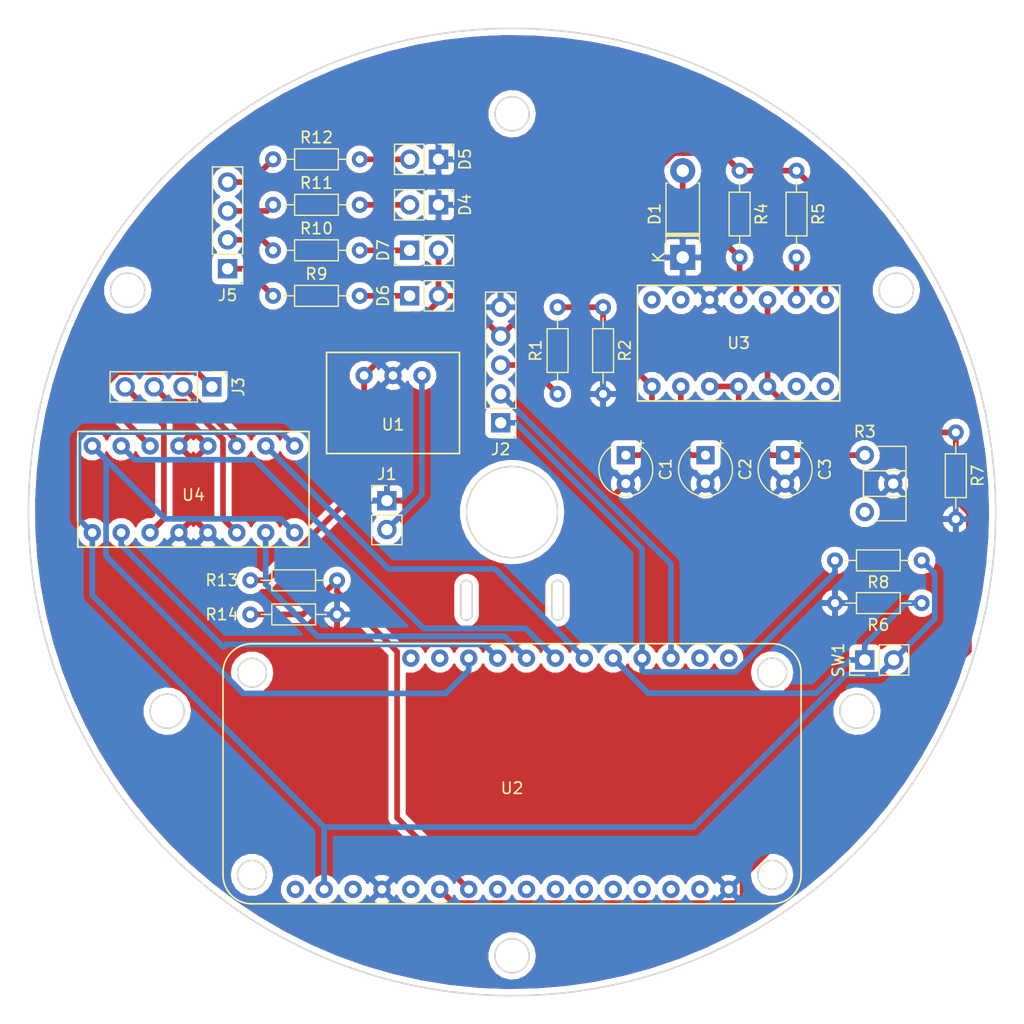
<source format=kicad_pcb>
(kicad_pcb (version 20171130) (host pcbnew "(5.0.1)-4")
  (layers (0 F.Cu signal) (31 B.Cu signal) (34 B.Paste user) (35 F.Paste user) (36 B.SilkS user) (37 F.SilkS user) (38 B.Mask user) (39 F.Mask user) (44 Edge.Cuts user))
  (net 0 "")
  (net 1 "Net-(C1-Pad1)")
  (net 2 GND)
  (net 3 "Net-(C2-Pad1)")
  (net 4 "Net-(C3-Pad1)")
  (net 5 "Net-(D1-Pad2)")
  (net 6 "Net-(D4-Pad2)")
  (net 7 "Net-(D5-Pad2)")
  (net 8 +12V)
  (net 9 "Net-(D6-Pad1)")
  (net 10 "Net-(D7-Pad1)")
  (net 11 "Net-(J1-Pad2)")
  (net 12 "Net-(J2-Pad1)")
  (net 13 "Net-(J3-Pad1)")
  (net 14 "Net-(J3-Pad2)")
  (net 15 "Net-(J3-Pad3)")
  (net 16 "Net-(J3-Pad4)")
  (net 17 "Net-(R5-Pad2)")
  (net 18 +3V3)
  (net 19 "Net-(R7-Pad1)")
  (net 20 "Net-(U2-Pad29)")
  (net 21 "Net-(U2-Pad30)")
  (net 22 +5V)
  (net 23 "Net-(U2-Pad11)")
  (net 24 "Net-(U2-Pad10)")
  (net 25 "Net-(U2-Pad21)")
  (net 26 "Net-(U2-Pad20)")
  (net 27 "Net-(U2-Pad1)")
  (net 28 "Net-(U2-Pad0)")
  (net 29 "Net-(U2-Pad22)")
  (net 30 "Net-(U2-Pad23)")
  (net 31 "Net-(U2-Pad24)")
  (net 32 "Net-(U2-Pad19)")
  (net 33 "Net-(U2-Pad18)")
  (net 34 "Net-(U2-Pad17)")
  (net 35 "Net-(U2-Pad14)")
  (net 36 "Net-(U2-Pad27)")
  (net 37 "Net-(U2-Pad25)")
  (net 38 "Net-(U3-Pad6)")
  (net 39 "Net-(U3-Pad7)")
  (net 40 "Net-(U3-Pad13)")
  (net 41 "Net-(U3-Pad14)")
  (net 42 "Net-(J5-Pad4)")
  (net 43 "Net-(J5-Pad3)")
  (net 44 "Net-(J5-Pad2)")
  (net 45 "Net-(J5-Pad1)")
  (net 46 "Net-(U2-Pad13)")
  (net 47 "Net-(U2-Pad12)")
  (net 48 "Net-(R13-Pad2)")
  (net 49 "Net-(J2-Pad2)")
  (net 50 "Net-(J2-Pad3)")
  (net 51 "Net-(R6-Pad1)")
  (module Footprints:TSR1 (layer F.Cu) (at 139.54 89.778)
    (fp_text reference U1 (at 0 2.54) (layer F.SilkS))
    (fp_text value TSR12450)
    (fp_line (start -5.842 -3.81) (end 5.842 -3.81) (layer F.SilkS) (width 0.15))
    (fp_line (start 5.842 -3.81) (end 5.842 5.08) (layer F.SilkS) (width 0.15))
    (fp_line (start 5.842 5.08) (end -5.842 5.08) (layer F.SilkS) (width 0.15))
    (fp_line (start -5.842 5.08) (end -5.842 -3.81) (layer F.SilkS) (width 0.15))
    (pad 2 thru_hole circle (at 0 -1.778) (size 1.524 1.524) (drill 0.762) (layers *.Cu *.Mask) (net 2 GND))
    (pad 1 thru_hole circle (at -2.54 -1.778) (size 1.524 1.524) (drill 0.762) (layers *.Cu *.Mask) (net 8 +12V))
    (pad 3 thru_hole circle (at 2.54 -1.778) (size 1.524 1.524) (drill 0.762) (layers *.Cu *.Mask) (net 11 "Net-(J1-Pad2)"))
  )
  (module Footprints:Feather (layer F.Cu) (at 150 123)
    (fp_text reference U2 (at 0 1.27) (layer F.SilkS))
    (fp_text value Feather)
    (fp_arc (start 22.86 8.89) (end 22.86 11.43) (angle -90) (layer F.SilkS) (width 0.15))
    (fp_arc (start -22.86 8.89) (end -25.4 8.89) (angle -90) (layer F.SilkS) (width 0.15))
    (fp_arc (start -22.86 -8.89) (end -22.86 -11.43) (angle -90) (layer F.SilkS) (width 0.15))
    (fp_arc (start 22.86 -8.89) (end 25.4 -8.89) (angle -90) (layer F.SilkS) (width 0.15))
    (fp_line (start 25.4 8.89) (end 25.4 -8.89) (layer F.SilkS) (width 0.15))
    (fp_line (start -22.86 11.43) (end 22.86 11.43) (layer F.SilkS) (width 0.15))
    (fp_line (start -25.4 -8.89) (end -25.4 8.89) (layer F.SilkS) (width 0.15))
    (fp_line (start 22.86 -11.43) (end -22.86 -11.43) (layer F.SilkS) (width 0.15))
    (fp_circle (center -22.86 -8.89) (end -22.86 -10.16) (layer F.SilkS) (width 0.15))
    (fp_circle (center -22.86 8.89) (end -22.86 10.16) (layer F.SilkS) (width 0.15))
    (fp_circle (center 22.86 -8.89) (end 22.86 -10.16) (layer F.SilkS) (width 0.15))
    (fp_circle (center 22.86 8.89) (end 22.86 10.16) (layer F.SilkS) (width 0.15))
    (pad 29 thru_hole circle (at -8.89 -10.16) (size 1.524 1.524) (drill 0.762) (layers *.Cu *.Mask) (net 20 "Net-(U2-Pad29)"))
    (pad 30 thru_hole circle (at -6.35 -10.16) (size 1.524 1.524) (drill 0.762) (layers *.Cu *.Mask) (net 21 "Net-(U2-Pad30)"))
    (pad 31 thru_hole circle (at -3.81 -10.16) (size 1.524 1.524) (drill 0.762) (layers *.Cu *.Mask) (net 22 +5V))
    (pad 13 thru_hole circle (at -1.27 -10.16) (size 1.524 1.524) (drill 0.762) (layers *.Cu *.Mask) (net 46 "Net-(U2-Pad13)"))
    (pad 12 thru_hole circle (at 1.27 -10.16) (size 1.524 1.524) (drill 0.762) (layers *.Cu *.Mask) (net 47 "Net-(U2-Pad12)"))
    (pad 11 thru_hole circle (at 3.81 -10.16) (size 1.524 1.524) (drill 0.762) (layers *.Cu *.Mask) (net 23 "Net-(U2-Pad11)"))
    (pad 10 thru_hole circle (at 6.35 -10.16) (size 1.524 1.524) (drill 0.762) (layers *.Cu *.Mask) (net 24 "Net-(U2-Pad10)"))
    (pad 9 thru_hole circle (at 8.89 -10.16) (size 1.524 1.524) (drill 0.762) (layers *.Cu *.Mask) (net 51 "Net-(R6-Pad1)"))
    (pad 6 thru_hole circle (at 11.43 -10.16) (size 1.524 1.524) (drill 0.762) (layers *.Cu *.Mask) (net 12 "Net-(J2-Pad1)"))
    (pad 5 thru_hole circle (at 13.97 -10.16) (size 1.524 1.524) (drill 0.762) (layers *.Cu *.Mask) (net 49 "Net-(J2-Pad2)"))
    (pad 21 thru_hole circle (at 16.51 -10.16) (size 1.524 1.524) (drill 0.762) (layers *.Cu *.Mask) (net 25 "Net-(U2-Pad21)"))
    (pad 20 thru_hole circle (at 19.05 -10.16) (size 1.524 1.524) (drill 0.762) (layers *.Cu *.Mask) (net 26 "Net-(U2-Pad20)"))
    (pad 2 thru_hole circle (at 19.05 10.16) (size 1.524 1.524) (drill 0.762) (layers *.Cu *.Mask) (net 2 GND))
    (pad 1 thru_hole circle (at 16.51 10.16) (size 1.524 1.524) (drill 0.762) (layers *.Cu *.Mask) (net 27 "Net-(U2-Pad1)"))
    (pad 0 thru_hole circle (at 13.97 10.16) (size 1.524 1.524) (drill 0.762) (layers *.Cu *.Mask) (net 28 "Net-(U2-Pad0)"))
    (pad 22 thru_hole circle (at 11.43 10.16) (size 1.524 1.524) (drill 0.762) (layers *.Cu *.Mask) (net 29 "Net-(U2-Pad22)"))
    (pad 23 thru_hole circle (at 8.89 10.16) (size 1.524 1.524) (drill 0.762) (layers *.Cu *.Mask) (net 30 "Net-(U2-Pad23)"))
    (pad 24 thru_hole circle (at 6.35 10.16) (size 1.524 1.524) (drill 0.762) (layers *.Cu *.Mask) (net 31 "Net-(U2-Pad24)"))
    (pad 19 thru_hole circle (at 3.81 10.16) (size 1.524 1.524) (drill 0.762) (layers *.Cu *.Mask) (net 32 "Net-(U2-Pad19)"))
    (pad 18 thru_hole circle (at 1.27 10.16) (size 1.524 1.524) (drill 0.762) (layers *.Cu *.Mask) (net 33 "Net-(U2-Pad18)"))
    (pad 17 thru_hole circle (at -1.27 10.16) (size 1.524 1.524) (drill 0.762) (layers *.Cu *.Mask) (net 34 "Net-(U2-Pad17)"))
    (pad 16 thru_hole circle (at -3.81 10.16) (size 1.524 1.524) (drill 0.762) (layers *.Cu *.Mask) (net 48 "Net-(R13-Pad2)"))
    (pad 15 thru_hole circle (at -6.35 10.16) (size 1.524 1.524) (drill 0.762) (layers *.Cu *.Mask) (net 19 "Net-(R7-Pad1)"))
    (pad 14 thru_hole circle (at -8.89 10.16) (size 1.524 1.524) (drill 0.762) (layers *.Cu *.Mask) (net 35 "Net-(U2-Pad14)"))
    (pad 28 thru_hole circle (at -11.43 10.16) (size 1.524 1.524) (drill 0.762) (layers *.Cu *.Mask) (net 2 GND))
    (pad 27 thru_hole circle (at -13.97 10.16) (size 1.524 1.524) (drill 0.762) (layers *.Cu *.Mask) (net 36 "Net-(U2-Pad27)"))
    (pad 26 thru_hole circle (at -16.51 10.16) (size 1.524 1.524) (drill 0.762) (layers *.Cu *.Mask) (net 18 +3V3))
    (pad 25 thru_hole circle (at -19.05 10.16) (size 1.524 1.524) (drill 0.762) (layers *.Cu *.Mask) (net 37 "Net-(U2-Pad25)"))
  )
  (module Capacitor_THT:CP_Radial_Tantal_D4.5mm_P2.50mm (layer F.Cu) (at 160 95 270)
    (fp_text reference C1 (at 1.25 -3.5 270) (layer F.SilkS))
    (fp_text value 20nF)
    (fp_arc (start 1.25 0) (end -0.869741 -1.06) (angle 306.864288) (layer F.SilkS) (width 0.12))
    (fp_line (start -1.287288 -1.335) (end -0.837288 -1.335) (layer F.SilkS) (width 0.12))
    (fp_line (start -1.062288 -1.56) (end -1.062288 -1.11) (layer F.SilkS) (width 0.12))
    (pad 1 thru_hole rect (at 0 0 270) (size 1.6 1.6) (drill 0.8) (layers *.Cu *.Mask) (net 1 "Net-(C1-Pad1)"))
    (pad 2 thru_hole circle (at 2.5 0 270) (size 1.6 1.6) (drill 0.8) (layers *.Cu *.Mask) (net 2 GND))
  )
  (module Capacitor_THT:CP_Radial_Tantal_D4.5mm_P2.50mm (layer F.Cu) (at 167 95 270)
    (fp_text reference C2 (at 1.25 -3.5 270) (layer F.SilkS))
    (fp_text value 20nF)
    (fp_line (start -1.062288 -1.56) (end -1.062288 -1.11) (layer F.SilkS) (width 0.12))
    (fp_line (start -1.287288 -1.335) (end -0.837288 -1.335) (layer F.SilkS) (width 0.12))
    (fp_arc (start 1.25 0) (end -0.869741 -1.06) (angle 306.864288) (layer F.SilkS) (width 0.12))
    (pad 2 thru_hole circle (at 2.5 0 270) (size 1.6 1.6) (drill 0.8) (layers *.Cu *.Mask) (net 2 GND))
    (pad 1 thru_hole rect (at 0 0 270) (size 1.6 1.6) (drill 0.8) (layers *.Cu *.Mask) (net 3 "Net-(C2-Pad1)"))
  )
  (module Capacitor_THT:CP_Radial_Tantal_D4.5mm_P2.50mm (layer F.Cu) (at 174 95 270)
    (fp_text reference C3 (at 1.25 -3.5 270) (layer F.SilkS))
    (fp_text value 1uF)
    (fp_arc (start 1.25 0) (end -0.869741 -1.06) (angle 306.864288) (layer F.SilkS) (width 0.12))
    (fp_line (start -1.287288 -1.335) (end -0.837288 -1.335) (layer F.SilkS) (width 0.12))
    (fp_line (start -1.062288 -1.56) (end -1.062288 -1.11) (layer F.SilkS) (width 0.12))
    (pad 1 thru_hole rect (at 0 0 270) (size 1.6 1.6) (drill 0.8) (layers *.Cu *.Mask) (net 4 "Net-(C3-Pad1)"))
    (pad 2 thru_hole circle (at 2.5 0 270) (size 1.6 1.6) (drill 0.8) (layers *.Cu *.Mask) (net 2 GND))
  )
  (module Diode_THT:D_DO-41_SOD81_P7.62mm_Horizontal (layer F.Cu) (at 165 77.62 90)
    (fp_text reference D1 (at 3.81 -2.47 90) (layer F.SilkS))
    (fp_text value D)
    (fp_line (start 1.09 -1.34) (end 1.09 -1.47) (layer F.SilkS) (width 0.12))
    (fp_line (start 1.09 -1.47) (end 6.53 -1.47) (layer F.SilkS) (width 0.12))
    (fp_line (start 6.53 -1.47) (end 6.53 -1.34) (layer F.SilkS) (width 0.12))
    (fp_line (start 1.09 1.34) (end 1.09 1.47) (layer F.SilkS) (width 0.12))
    (fp_line (start 1.09 1.47) (end 6.53 1.47) (layer F.SilkS) (width 0.12))
    (fp_line (start 6.53 1.47) (end 6.53 1.34) (layer F.SilkS) (width 0.12))
    (fp_line (start 1.99 -1.47) (end 1.99 1.47) (layer F.SilkS) (width 0.12))
    (fp_line (start 2.11 -1.47) (end 2.11 1.47) (layer F.SilkS) (width 0.12))
    (fp_line (start 1.87 -1.47) (end 1.87 1.47) (layer F.SilkS) (width 0.12))
    (fp_text user K (at 0 -2.1 90) (layer F.SilkS))
    (pad 1 thru_hole rect (at 0 0 90) (size 2.2 2.2) (drill 1.1) (layers *.Cu *.Mask) (net 2 GND))
    (pad 2 thru_hole oval (at 7.62 0 90) (size 2.2 2.2) (drill 1.1) (layers *.Cu *.Mask) (net 5 "Net-(D1-Pad2)"))
  )
  (module Resistor_THT:R_Axial_DIN0204_L3.6mm_D1.6mm_P7.62mm_Horizontal (layer F.Cu) (at 170 70 270)
    (fp_text reference R4 (at 3.81 -1.92 270) (layer F.SilkS))
    (fp_text value 10k)
    (fp_line (start 6.68 0) (end 5.73 0) (layer F.SilkS) (width 0.12))
    (fp_line (start 0.94 0) (end 1.89 0) (layer F.SilkS) (width 0.12))
    (fp_line (start 5.73 -0.92) (end 1.89 -0.92) (layer F.SilkS) (width 0.12))
    (fp_line (start 5.73 0.92) (end 5.73 -0.92) (layer F.SilkS) (width 0.12))
    (fp_line (start 1.89 0.92) (end 5.73 0.92) (layer F.SilkS) (width 0.12))
    (fp_line (start 1.89 -0.92) (end 1.89 0.92) (layer F.SilkS) (width 0.12))
    (pad 2 thru_hole oval (at 7.62 0 270) (size 1.4 1.4) (drill 0.7) (layers *.Cu *.Mask) (net 5 "Net-(D1-Pad2)"))
    (pad 1 thru_hole circle (at 0 0 270) (size 1.4 1.4) (drill 0.7) (layers *.Cu *.Mask) (net 8 +12V))
  )
  (module Resistor_THT:R_Axial_DIN0204_L3.6mm_D1.6mm_P7.62mm_Horizontal (layer F.Cu) (at 175 70 270)
    (fp_text reference R5 (at 3.81 -1.92 270) (layer F.SilkS))
    (fp_text value 470)
    (fp_line (start 1.89 -0.92) (end 1.89 0.92) (layer F.SilkS) (width 0.12))
    (fp_line (start 1.89 0.92) (end 5.73 0.92) (layer F.SilkS) (width 0.12))
    (fp_line (start 5.73 0.92) (end 5.73 -0.92) (layer F.SilkS) (width 0.12))
    (fp_line (start 5.73 -0.92) (end 1.89 -0.92) (layer F.SilkS) (width 0.12))
    (fp_line (start 0.94 0) (end 1.89 0) (layer F.SilkS) (width 0.12))
    (fp_line (start 6.68 0) (end 5.73 0) (layer F.SilkS) (width 0.12))
    (pad 1 thru_hole circle (at 0 0 270) (size 1.4 1.4) (drill 0.7) (layers *.Cu *.Mask) (net 8 +12V))
    (pad 2 thru_hole oval (at 7.62 0 270) (size 1.4 1.4) (drill 0.7) (layers *.Cu *.Mask) (net 17 "Net-(R5-Pad2)"))
  )
  (module Resistor_THT:R_Axial_DIN0204_L3.6mm_D1.6mm_P7.62mm_Horizontal (layer F.Cu) (at 186 108 180)
    (fp_text reference R6 (at 3.81 -1.92 180) (layer F.SilkS))
    (fp_text value 4.7k)
    (fp_line (start 6.68 0) (end 5.73 0) (layer F.SilkS) (width 0.12))
    (fp_line (start 0.94 0) (end 1.89 0) (layer F.SilkS) (width 0.12))
    (fp_line (start 5.73 -0.92) (end 1.89 -0.92) (layer F.SilkS) (width 0.12))
    (fp_line (start 5.73 0.92) (end 5.73 -0.92) (layer F.SilkS) (width 0.12))
    (fp_line (start 1.89 0.92) (end 5.73 0.92) (layer F.SilkS) (width 0.12))
    (fp_line (start 1.89 -0.92) (end 1.89 0.92) (layer F.SilkS) (width 0.12))
    (pad 2 thru_hole oval (at 7.62 0 180) (size 1.4 1.4) (drill 0.7) (layers *.Cu *.Mask) (net 2 GND))
    (pad 1 thru_hole circle (at 0 0 180) (size 1.4 1.4) (drill 0.7) (layers *.Cu *.Mask) (net 51 "Net-(R6-Pad1)"))
  )
  (module Resistor_THT:R_Axial_DIN0204_L3.6mm_D1.6mm_P7.62mm_Horizontal (layer F.Cu) (at 189 93 270)
    (fp_text reference R7 (at 3.81 -1.92 270) (layer F.SilkS))
    (fp_text value 10k)
    (fp_line (start 1.89 -0.92) (end 1.89 0.92) (layer F.SilkS) (width 0.12))
    (fp_line (start 1.89 0.92) (end 5.73 0.92) (layer F.SilkS) (width 0.12))
    (fp_line (start 5.73 0.92) (end 5.73 -0.92) (layer F.SilkS) (width 0.12))
    (fp_line (start 5.73 -0.92) (end 1.89 -0.92) (layer F.SilkS) (width 0.12))
    (fp_line (start 0.94 0) (end 1.89 0) (layer F.SilkS) (width 0.12))
    (fp_line (start 6.68 0) (end 5.73 0) (layer F.SilkS) (width 0.12))
    (pad 1 thru_hole circle (at 0 0 270) (size 1.4 1.4) (drill 0.7) (layers *.Cu *.Mask) (net 19 "Net-(R7-Pad1)"))
    (pad 2 thru_hole oval (at 7.62 0 270) (size 1.4 1.4) (drill 0.7) (layers *.Cu *.Mask) (net 2 GND))
  )
  (module Resistor_THT:R_Axial_DIN0204_L3.6mm_D1.6mm_P7.62mm_Horizontal (layer F.Cu) (at 186 104.25 180)
    (fp_text reference R8 (at 3.81 -1.92 180) (layer F.SilkS))
    (fp_text value R_OIL_TEMP)
    (fp_line (start 6.68 0) (end 5.73 0) (layer F.SilkS) (width 0.12))
    (fp_line (start 0.94 0) (end 1.89 0) (layer F.SilkS) (width 0.12))
    (fp_line (start 5.73 -0.92) (end 1.89 -0.92) (layer F.SilkS) (width 0.12))
    (fp_line (start 5.73 0.92) (end 5.73 -0.92) (layer F.SilkS) (width 0.12))
    (fp_line (start 1.89 0.92) (end 5.73 0.92) (layer F.SilkS) (width 0.12))
    (fp_line (start 1.89 -0.92) (end 1.89 0.92) (layer F.SilkS) (width 0.12))
    (pad 2 thru_hole oval (at 7.62 0 180) (size 1.4 1.4) (drill 0.7) (layers *.Cu *.Mask) (net 12 "Net-(J2-Pad1)"))
    (pad 1 thru_hole circle (at 0 0 180) (size 1.4 1.4) (drill 0.7) (layers *.Cu *.Mask) (net 18 +3V3))
  )
  (module Footprints:LM2917 (layer F.Cu) (at 169.915001 85.155001)
    (fp_text reference U3 (at 0 0) (layer F.SilkS))
    (fp_text value LM2917)
    (fp_line (start -8.89 5.08) (end 8.89 5.08) (layer F.SilkS) (width 0.15))
    (fp_line (start 8.89 5.08) (end 8.89 -5.08) (layer F.SilkS) (width 0.15))
    (fp_line (start 8.89 -5.08) (end -8.89 -5.08) (layer F.SilkS) (width 0.15))
    (fp_line (start -8.89 -5.08) (end -8.89 5.08) (layer F.SilkS) (width 0.15))
    (pad 1 thru_hole circle (at -7.62 3.81) (size 1.524 1.524) (drill 0.762) (layers *.Cu *.Mask) (net 1 "Net-(C1-Pad1)"))
    (pad 2 thru_hole circle (at -5.08 3.81) (size 1.524 1.524) (drill 0.762) (layers *.Cu *.Mask) (net 3 "Net-(C2-Pad1)"))
    (pad 3 thru_hole circle (at -2.54 3.81) (size 1.524 1.524) (drill 0.762) (layers *.Cu *.Mask) (net 4 "Net-(C3-Pad1)"))
    (pad 4 thru_hole circle (at 0 3.81) (size 1.524 1.524) (drill 0.762) (layers *.Cu *.Mask) (net 4 "Net-(C3-Pad1)"))
    (pad 5 thru_hole circle (at 2.54 3.81) (size 1.524 1.524) (drill 0.762) (layers *.Cu *.Mask) (net 19 "Net-(R7-Pad1)"))
    (pad 6 thru_hole circle (at 5.08 3.81) (size 1.524 1.524) (drill 0.762) (layers *.Cu *.Mask) (net 38 "Net-(U3-Pad6)"))
    (pad 7 thru_hole circle (at 7.62 3.81) (size 1.524 1.524) (drill 0.762) (layers *.Cu *.Mask) (net 39 "Net-(U3-Pad7)"))
    (pad 8 thru_hole circle (at 7.62 -3.81) (size 1.524 1.524) (drill 0.762) (layers *.Cu *.Mask) (net 8 +12V))
    (pad 9 thru_hole circle (at 5.08 -3.81) (size 1.524 1.524) (drill 0.762) (layers *.Cu *.Mask) (net 17 "Net-(R5-Pad2)"))
    (pad 10 thru_hole circle (at 2.54 -3.81) (size 1.524 1.524) (drill 0.762) (layers *.Cu *.Mask) (net 19 "Net-(R7-Pad1)"))
    (pad 11 thru_hole circle (at 0 -3.81) (size 1.524 1.524) (drill 0.762) (layers *.Cu *.Mask) (net 5 "Net-(D1-Pad2)"))
    (pad 12 thru_hole circle (at -2.54 -3.81) (size 1.524 1.524) (drill 0.762) (layers *.Cu *.Mask) (net 2 GND))
    (pad 13 thru_hole circle (at -5.08 -3.81) (size 1.524 1.524) (drill 0.762) (layers *.Cu *.Mask) (net 40 "Net-(U3-Pad13)"))
    (pad 14 thru_hole circle (at -7.62 -3.81) (size 1.524 1.524) (drill 0.762) (layers *.Cu *.Mask) (net 41 "Net-(U3-Pad14)"))
  )
  (module Footprints:L293D (layer F.Cu) (at 122 98)
    (fp_text reference U4 (at 0 0.5) (layer F.SilkS))
    (fp_text value L293D)
    (fp_line (start 10.16 -5.08) (end -10.16 -5.08) (layer F.SilkS) (width 0.15))
    (fp_line (start -10.16 -5.08) (end -10.16 5.08) (layer F.SilkS) (width 0.15))
    (fp_line (start -10.16 5.08) (end 10.16 5.08) (layer F.SilkS) (width 0.15))
    (fp_line (start 10.16 5.08) (end 10.16 -5.08) (layer F.SilkS) (width 0.15))
    (pad 1 thru_hole circle (at -8.89 3.81) (size 1.524 1.524) (drill 0.762) (layers *.Cu *.Mask) (net 18 +3V3))
    (pad 2 thru_hole circle (at -6.35 3.81) (size 1.524 1.524) (drill 0.762) (layers *.Cu *.Mask) (net 46 "Net-(U2-Pad13)"))
    (pad 3 thru_hole circle (at -3.81 3.81) (size 1.524 1.524) (drill 0.762) (layers *.Cu *.Mask) (net 16 "Net-(J3-Pad4)"))
    (pad 4 thru_hole circle (at -1.27 3.81) (size 1.524 1.524) (drill 0.762) (layers *.Cu *.Mask) (net 2 GND))
    (pad 5 thru_hole circle (at 1.27 3.81) (size 1.524 1.524) (drill 0.762) (layers *.Cu *.Mask) (net 2 GND))
    (pad 6 thru_hole circle (at 3.81 3.81) (size 1.524 1.524) (drill 0.762) (layers *.Cu *.Mask) (net 15 "Net-(J3-Pad3)"))
    (pad 7 thru_hole circle (at 6.35 3.81) (size 1.524 1.524) (drill 0.762) (layers *.Cu *.Mask) (net 47 "Net-(U2-Pad12)"))
    (pad 8 thru_hole circle (at 8.89 3.81) (size 1.524 1.524) (drill 0.762) (layers *.Cu *.Mask) (net 22 +5V))
    (pad 9 thru_hole circle (at 8.89 -3.81) (size 1.524 1.524) (drill 0.762) (layers *.Cu *.Mask) (net 18 +3V3))
    (pad 10 thru_hole circle (at 6.35 -3.81) (size 1.524 1.524) (drill 0.762) (layers *.Cu *.Mask) (net 24 "Net-(U2-Pad10)"))
    (pad 11 thru_hole circle (at 3.81 -3.81) (size 1.524 1.524) (drill 0.762) (layers *.Cu *.Mask) (net 14 "Net-(J3-Pad2)"))
    (pad 12 thru_hole circle (at 1.27 -3.81) (size 1.524 1.524) (drill 0.762) (layers *.Cu *.Mask) (net 2 GND))
    (pad 13 thru_hole circle (at -1.27 -3.81) (size 1.524 1.524) (drill 0.762) (layers *.Cu *.Mask) (net 2 GND))
    (pad 14 thru_hole circle (at -3.81 -3.81) (size 1.524 1.524) (drill 0.762) (layers *.Cu *.Mask) (net 13 "Net-(J3-Pad1)"))
    (pad 15 thru_hole circle (at -6.35 -3.81) (size 1.524 1.524) (drill 0.762) (layers *.Cu *.Mask) (net 23 "Net-(U2-Pad11)"))
    (pad 16 thru_hole circle (at -8.89 -3.81) (size 1.524 1.524) (drill 0.762) (layers *.Cu *.Mask) (net 22 +5V))
  )
  (module Resistor_THT:R_Axial_DIN0204_L3.6mm_D1.6mm_P7.62mm_Horizontal (layer F.Cu) (at 154 89.62 90)
    (fp_text reference R1 (at 3.81 -1.92 90) (layer F.SilkS))
    (fp_text value 10k)
    (fp_line (start 1.89 -0.92) (end 1.89 0.92) (layer F.SilkS) (width 0.12))
    (fp_line (start 1.89 0.92) (end 5.73 0.92) (layer F.SilkS) (width 0.12))
    (fp_line (start 5.73 0.92) (end 5.73 -0.92) (layer F.SilkS) (width 0.12))
    (fp_line (start 5.73 -0.92) (end 1.89 -0.92) (layer F.SilkS) (width 0.12))
    (fp_line (start 0.94 0) (end 1.89 0) (layer F.SilkS) (width 0.12))
    (fp_line (start 6.68 0) (end 5.73 0) (layer F.SilkS) (width 0.12))
    (pad 1 thru_hole circle (at 0 0 90) (size 1.4 1.4) (drill 0.7) (layers *.Cu *.Mask) (net 50 "Net-(J2-Pad3)"))
    (pad 2 thru_hole oval (at 7.62 0 90) (size 1.4 1.4) (drill 0.7) (layers *.Cu *.Mask) (net 1 "Net-(C1-Pad1)"))
  )
  (module Resistor_THT:R_Axial_DIN0204_L3.6mm_D1.6mm_P7.62mm_Horizontal (layer F.Cu) (at 158 82 270)
    (fp_text reference R2 (at 3.81 -1.92 270) (layer F.SilkS))
    (fp_text value 20k)
    (fp_line (start 6.68 0) (end 5.73 0) (layer F.SilkS) (width 0.12))
    (fp_line (start 0.94 0) (end 1.89 0) (layer F.SilkS) (width 0.12))
    (fp_line (start 5.73 -0.92) (end 1.89 -0.92) (layer F.SilkS) (width 0.12))
    (fp_line (start 5.73 0.92) (end 5.73 -0.92) (layer F.SilkS) (width 0.12))
    (fp_line (start 1.89 0.92) (end 5.73 0.92) (layer F.SilkS) (width 0.12))
    (fp_line (start 1.89 -0.92) (end 1.89 0.92) (layer F.SilkS) (width 0.12))
    (pad 2 thru_hole oval (at 7.62 0 270) (size 1.4 1.4) (drill 0.7) (layers *.Cu *.Mask) (net 2 GND))
    (pad 1 thru_hole circle (at 0 0 270) (size 1.4 1.4) (drill 0.7) (layers *.Cu *.Mask) (net 1 "Net-(C1-Pad1)"))
  )
  (module Resistor_THT:R_Axial_DIN0204_L3.6mm_D1.6mm_P7.62mm_Horizontal (layer F.Cu) (at 129 81)
    (fp_text reference R9 (at 3.81 -1.92) (layer F.SilkS))
    (fp_text value 220)
    (fp_line (start 6.68 0) (end 5.73 0) (layer F.SilkS) (width 0.12))
    (fp_line (start 0.94 0) (end 1.89 0) (layer F.SilkS) (width 0.12))
    (fp_line (start 5.73 -0.92) (end 1.89 -0.92) (layer F.SilkS) (width 0.12))
    (fp_line (start 5.73 0.92) (end 5.73 -0.92) (layer F.SilkS) (width 0.12))
    (fp_line (start 1.89 0.92) (end 5.73 0.92) (layer F.SilkS) (width 0.12))
    (fp_line (start 1.89 -0.92) (end 1.89 0.92) (layer F.SilkS) (width 0.12))
    (pad 2 thru_hole oval (at 7.62 0) (size 1.4 1.4) (drill 0.7) (layers *.Cu *.Mask) (net 9 "Net-(D6-Pad1)"))
    (pad 1 thru_hole circle (at 0 0) (size 1.4 1.4) (drill 0.7) (layers *.Cu *.Mask) (net 45 "Net-(J5-Pad1)"))
  )
  (module Resistor_THT:R_Axial_DIN0204_L3.6mm_D1.6mm_P7.62mm_Horizontal (layer F.Cu) (at 129 77)
    (fp_text reference R10 (at 3.81 -1.92) (layer F.SilkS))
    (fp_text value 220)
    (fp_line (start 1.89 -0.92) (end 1.89 0.92) (layer F.SilkS) (width 0.12))
    (fp_line (start 1.89 0.92) (end 5.73 0.92) (layer F.SilkS) (width 0.12))
    (fp_line (start 5.73 0.92) (end 5.73 -0.92) (layer F.SilkS) (width 0.12))
    (fp_line (start 5.73 -0.92) (end 1.89 -0.92) (layer F.SilkS) (width 0.12))
    (fp_line (start 0.94 0) (end 1.89 0) (layer F.SilkS) (width 0.12))
    (fp_line (start 6.68 0) (end 5.73 0) (layer F.SilkS) (width 0.12))
    (pad 1 thru_hole circle (at 0 0) (size 1.4 1.4) (drill 0.7) (layers *.Cu *.Mask) (net 44 "Net-(J5-Pad2)"))
    (pad 2 thru_hole oval (at 7.62 0) (size 1.4 1.4) (drill 0.7) (layers *.Cu *.Mask) (net 10 "Net-(D7-Pad1)"))
  )
  (module Resistor_THT:R_Axial_DIN0204_L3.6mm_D1.6mm_P7.62mm_Horizontal (layer F.Cu) (at 129 73)
    (fp_text reference R11 (at 3.81 -1.92) (layer F.SilkS))
    (fp_text value 220)
    (fp_line (start 6.68 0) (end 5.73 0) (layer F.SilkS) (width 0.12))
    (fp_line (start 0.94 0) (end 1.89 0) (layer F.SilkS) (width 0.12))
    (fp_line (start 5.73 -0.92) (end 1.89 -0.92) (layer F.SilkS) (width 0.12))
    (fp_line (start 5.73 0.92) (end 5.73 -0.92) (layer F.SilkS) (width 0.12))
    (fp_line (start 1.89 0.92) (end 5.73 0.92) (layer F.SilkS) (width 0.12))
    (fp_line (start 1.89 -0.92) (end 1.89 0.92) (layer F.SilkS) (width 0.12))
    (pad 2 thru_hole oval (at 7.62 0) (size 1.4 1.4) (drill 0.7) (layers *.Cu *.Mask) (net 6 "Net-(D4-Pad2)"))
    (pad 1 thru_hole circle (at 0 0) (size 1.4 1.4) (drill 0.7) (layers *.Cu *.Mask) (net 43 "Net-(J5-Pad3)"))
  )
  (module Resistor_THT:R_Axial_DIN0204_L3.6mm_D1.6mm_P7.62mm_Horizontal (layer F.Cu) (at 129 69)
    (fp_text reference R12 (at 3.81 -1.92) (layer F.SilkS))
    (fp_text value 220)
    (fp_line (start 1.89 -0.92) (end 1.89 0.92) (layer F.SilkS) (width 0.12))
    (fp_line (start 1.89 0.92) (end 5.73 0.92) (layer F.SilkS) (width 0.12))
    (fp_line (start 5.73 0.92) (end 5.73 -0.92) (layer F.SilkS) (width 0.12))
    (fp_line (start 5.73 -0.92) (end 1.89 -0.92) (layer F.SilkS) (width 0.12))
    (fp_line (start 0.94 0) (end 1.89 0) (layer F.SilkS) (width 0.12))
    (fp_line (start 6.68 0) (end 5.73 0) (layer F.SilkS) (width 0.12))
    (pad 1 thru_hole circle (at 0 0) (size 1.4 1.4) (drill 0.7) (layers *.Cu *.Mask) (net 42 "Net-(J5-Pad4)"))
    (pad 2 thru_hole oval (at 7.62 0) (size 1.4 1.4) (drill 0.7) (layers *.Cu *.Mask) (net 7 "Net-(D5-Pad2)"))
  )
  (module Resistor_THT:R_Axial_DIN0204_L3.6mm_D1.6mm_P7.62mm_Horizontal (layer F.Cu) (at 127 106)
    (fp_text reference R13 (at -2.5 0) (layer F.SilkS))
    (fp_text value 4.7k)
    (fp_line (start 6.68 0) (end 5.73 0) (layer F.SilkS) (width 0.12))
    (fp_line (start 0.94 0) (end 1.89 0) (layer F.SilkS) (width 0.12))
    (fp_line (start 5.73 -0.92) (end 1.89 -0.92) (layer F.SilkS) (width 0.12))
    (fp_line (start 5.73 0.92) (end 5.73 -0.92) (layer F.SilkS) (width 0.12))
    (fp_line (start 1.89 0.92) (end 5.73 0.92) (layer F.SilkS) (width 0.12))
    (fp_line (start 1.89 -0.92) (end 1.89 0.92) (layer F.SilkS) (width 0.12))
    (pad 2 thru_hole oval (at 7.62 0) (size 1.4 1.4) (drill 0.7) (layers *.Cu *.Mask) (net 48 "Net-(R13-Pad2)"))
    (pad 1 thru_hole circle (at 0 0) (size 1.4 1.4) (drill 0.7) (layers *.Cu *.Mask) (net 8 +12V))
  )
  (module Resistor_THT:R_Axial_DIN0204_L3.6mm_D1.6mm_P7.62mm_Horizontal (layer F.Cu) (at 127 109)
    (fp_text reference R14 (at -2.5 0) (layer F.SilkS))
    (fp_text value 10k)
    (fp_line (start 1.89 -0.92) (end 1.89 0.92) (layer F.SilkS) (width 0.12))
    (fp_line (start 1.89 0.92) (end 5.73 0.92) (layer F.SilkS) (width 0.12))
    (fp_line (start 5.73 0.92) (end 5.73 -0.92) (layer F.SilkS) (width 0.12))
    (fp_line (start 5.73 -0.92) (end 1.89 -0.92) (layer F.SilkS) (width 0.12))
    (fp_line (start 0.94 0) (end 1.89 0) (layer F.SilkS) (width 0.12))
    (fp_line (start 6.68 0) (end 5.73 0) (layer F.SilkS) (width 0.12))
    (pad 1 thru_hole circle (at 0 0) (size 1.4 1.4) (drill 0.7) (layers *.Cu *.Mask) (net 48 "Net-(R13-Pad2)"))
    (pad 2 thru_hole oval (at 7.62 0) (size 1.4 1.4) (drill 0.7) (layers *.Cu *.Mask) (net 2 GND))
  )
  (module Connector_PinHeader_2.54mm:PinHeader_1x02_P2.54mm_Vertical (layer F.Cu) (at 143.54 73 270)
    (fp_text reference D4 (at 0 -2.33 270) (layer F.SilkS))
    (fp_text value LED_HIGH_BEAM)
    (fp_line (start -1.33 -1.33) (end 0 -1.33) (layer F.SilkS) (width 0.12))
    (fp_line (start -1.33 0) (end -1.33 -1.33) (layer F.SilkS) (width 0.12))
    (fp_line (start -1.33 1.27) (end 1.33 1.27) (layer F.SilkS) (width 0.12))
    (fp_line (start 1.33 1.27) (end 1.33 3.87) (layer F.SilkS) (width 0.12))
    (fp_line (start -1.33 1.27) (end -1.33 3.87) (layer F.SilkS) (width 0.12))
    (fp_line (start -1.33 3.87) (end 1.33 3.87) (layer F.SilkS) (width 0.12))
    (pad 2 thru_hole oval (at 0 2.54 270) (size 1.7 1.7) (drill 1) (layers *.Cu *.Mask) (net 6 "Net-(D4-Pad2)"))
    (pad 1 thru_hole rect (at 0 0 270) (size 1.7 1.7) (drill 1) (layers *.Cu *.Mask) (net 2 GND))
  )
  (module Connector_PinHeader_2.54mm:PinHeader_1x02_P2.54mm_Vertical (layer F.Cu) (at 143.54 69 270)
    (fp_text reference D5 (at 0 -2.33 270) (layer F.SilkS))
    (fp_text value LED_INDICATORS)
    (fp_line (start -1.33 3.87) (end 1.33 3.87) (layer F.SilkS) (width 0.12))
    (fp_line (start -1.33 1.27) (end -1.33 3.87) (layer F.SilkS) (width 0.12))
    (fp_line (start 1.33 1.27) (end 1.33 3.87) (layer F.SilkS) (width 0.12))
    (fp_line (start -1.33 1.27) (end 1.33 1.27) (layer F.SilkS) (width 0.12))
    (fp_line (start -1.33 0) (end -1.33 -1.33) (layer F.SilkS) (width 0.12))
    (fp_line (start -1.33 -1.33) (end 0 -1.33) (layer F.SilkS) (width 0.12))
    (pad 1 thru_hole rect (at 0 0 270) (size 1.7 1.7) (drill 1) (layers *.Cu *.Mask) (net 2 GND))
    (pad 2 thru_hole oval (at 0 2.54 270) (size 1.7 1.7) (drill 1) (layers *.Cu *.Mask) (net 7 "Net-(D5-Pad2)"))
  )
  (module Connector_PinHeader_2.54mm:PinHeader_1x02_P2.54mm_Vertical (layer F.Cu) (at 141 81 90)
    (fp_text reference D6 (at 0 -2.33 90) (layer F.SilkS))
    (fp_text value LED_OIL_PRESSURE)
    (fp_line (start -1.33 -1.33) (end 0 -1.33) (layer F.SilkS) (width 0.12))
    (fp_line (start -1.33 0) (end -1.33 -1.33) (layer F.SilkS) (width 0.12))
    (fp_line (start -1.33 1.27) (end 1.33 1.27) (layer F.SilkS) (width 0.12))
    (fp_line (start 1.33 1.27) (end 1.33 3.87) (layer F.SilkS) (width 0.12))
    (fp_line (start -1.33 1.27) (end -1.33 3.87) (layer F.SilkS) (width 0.12))
    (fp_line (start -1.33 3.87) (end 1.33 3.87) (layer F.SilkS) (width 0.12))
    (pad 2 thru_hole oval (at 0 2.54 90) (size 1.7 1.7) (drill 1) (layers *.Cu *.Mask) (net 8 +12V))
    (pad 1 thru_hole rect (at 0 0 90) (size 1.7 1.7) (drill 1) (layers *.Cu *.Mask) (net 9 "Net-(D6-Pad1)"))
  )
  (module Connector_PinHeader_2.54mm:PinHeader_1x02_P2.54mm_Vertical (layer F.Cu) (at 141 77 90)
    (fp_text reference D7 (at 0 -2.33 90) (layer F.SilkS))
    (fp_text value LED_NEUTRAL)
    (fp_line (start -1.33 3.87) (end 1.33 3.87) (layer F.SilkS) (width 0.12))
    (fp_line (start -1.33 1.27) (end -1.33 3.87) (layer F.SilkS) (width 0.12))
    (fp_line (start 1.33 1.27) (end 1.33 3.87) (layer F.SilkS) (width 0.12))
    (fp_line (start -1.33 1.27) (end 1.33 1.27) (layer F.SilkS) (width 0.12))
    (fp_line (start -1.33 0) (end -1.33 -1.33) (layer F.SilkS) (width 0.12))
    (fp_line (start -1.33 -1.33) (end 0 -1.33) (layer F.SilkS) (width 0.12))
    (pad 1 thru_hole rect (at 0 0 90) (size 1.7 1.7) (drill 1) (layers *.Cu *.Mask) (net 10 "Net-(D7-Pad1)"))
    (pad 2 thru_hole oval (at 0 2.54 90) (size 1.7 1.7) (drill 1) (layers *.Cu *.Mask) (net 8 +12V))
  )
  (module Connector_PinHeader_2.54mm:PinHeader_1x02_P2.54mm_Vertical (layer F.Cu) (at 139 99)
    (fp_text reference J1 (at 0 -2.33) (layer F.SilkS))
    (fp_text value USB)
    (fp_line (start -1.33 -1.33) (end 0 -1.33) (layer F.SilkS) (width 0.12))
    (fp_line (start -1.33 0) (end -1.33 -1.33) (layer F.SilkS) (width 0.12))
    (fp_line (start -1.33 1.27) (end 1.33 1.27) (layer F.SilkS) (width 0.12))
    (fp_line (start 1.33 1.27) (end 1.33 3.87) (layer F.SilkS) (width 0.12))
    (fp_line (start -1.33 1.27) (end -1.33 3.87) (layer F.SilkS) (width 0.12))
    (fp_line (start -1.33 3.87) (end 1.33 3.87) (layer F.SilkS) (width 0.12))
    (pad 2 thru_hole oval (at 0 2.54) (size 1.7 1.7) (drill 1) (layers *.Cu *.Mask) (net 11 "Net-(J1-Pad2)"))
    (pad 1 thru_hole rect (at 0 0) (size 1.7 1.7) (drill 1) (layers *.Cu *.Mask) (net 2 GND))
  )
  (module Connector_PinHeader_2.54mm:PinHeader_1x05_P2.54mm_Vertical (layer F.Cu) (at 149 92.16 180)
    (fp_text reference J2 (at 0 -2.33 180) (layer F.SilkS))
    (fp_text value Conn_01x05_Male hide)
    (fp_line (start -1.33 11.49) (end 1.33 11.49) (layer F.SilkS) (width 0.12))
    (fp_line (start -1.33 1.27) (end -1.33 11.49) (layer F.SilkS) (width 0.12))
    (fp_line (start 1.33 1.27) (end 1.33 11.49) (layer F.SilkS) (width 0.12))
    (fp_line (start -1.33 1.27) (end 1.33 1.27) (layer F.SilkS) (width 0.12))
    (fp_line (start -1.33 0) (end -1.33 -1.33) (layer F.SilkS) (width 0.12))
    (fp_line (start -1.33 -1.33) (end 0 -1.33) (layer F.SilkS) (width 0.12))
    (pad 1 thru_hole rect (at 0 0 180) (size 1.7 1.7) (drill 1) (layers *.Cu *.Mask) (net 12 "Net-(J2-Pad1)"))
    (pad 2 thru_hole oval (at 0 2.54 180) (size 1.7 1.7) (drill 1) (layers *.Cu *.Mask) (net 49 "Net-(J2-Pad2)"))
    (pad 3 thru_hole oval (at 0 5.08 180) (size 1.7 1.7) (drill 1) (layers *.Cu *.Mask) (net 50 "Net-(J2-Pad3)"))
    (pad 4 thru_hole oval (at 0 7.62 180) (size 1.7 1.7) (drill 1) (layers *.Cu *.Mask) (net 8 +12V))
    (pad 5 thru_hole oval (at 0 10.16 180) (size 1.7 1.7) (drill 1) (layers *.Cu *.Mask) (net 2 GND))
  )
  (module Connector_PinHeader_2.54mm:PinHeader_1x04_P2.54mm_Vertical (layer F.Cu) (at 123.62 89 270)
    (fp_text reference J3 (at 0 -2.33 270) (layer F.SilkS))
    (fp_text value STEPPER)
    (fp_line (start -1.33 8.95) (end 1.33 8.95) (layer F.SilkS) (width 0.12))
    (fp_line (start -1.33 1.27) (end -1.33 8.95) (layer F.SilkS) (width 0.12))
    (fp_line (start 1.33 1.27) (end 1.33 8.95) (layer F.SilkS) (width 0.12))
    (fp_line (start -1.33 1.27) (end 1.33 1.27) (layer F.SilkS) (width 0.12))
    (fp_line (start -1.33 0) (end -1.33 -1.33) (layer F.SilkS) (width 0.12))
    (fp_line (start -1.33 -1.33) (end 0 -1.33) (layer F.SilkS) (width 0.12))
    (pad 1 thru_hole rect (at 0 0 270) (size 1.7 1.7) (drill 1) (layers *.Cu *.Mask) (net 13 "Net-(J3-Pad1)"))
    (pad 2 thru_hole oval (at 0 2.54 270) (size 1.7 1.7) (drill 1) (layers *.Cu *.Mask) (net 14 "Net-(J3-Pad2)"))
    (pad 3 thru_hole oval (at 0 5.08 270) (size 1.7 1.7) (drill 1) (layers *.Cu *.Mask) (net 15 "Net-(J3-Pad3)"))
    (pad 4 thru_hole oval (at 0 7.62 270) (size 1.7 1.7) (drill 1) (layers *.Cu *.Mask) (net 16 "Net-(J3-Pad4)"))
  )
  (module Connector_PinHeader_2.54mm:PinHeader_1x04_P2.54mm_Vertical (layer F.Cu) (at 125 78.62 180)
    (fp_text reference J5 (at 0 -2.33 180) (layer F.SilkS))
    (fp_text value LEDS)
    (fp_line (start -1.33 -1.33) (end 0 -1.33) (layer F.SilkS) (width 0.12))
    (fp_line (start -1.33 0) (end -1.33 -1.33) (layer F.SilkS) (width 0.12))
    (fp_line (start -1.33 1.27) (end 1.33 1.27) (layer F.SilkS) (width 0.12))
    (fp_line (start 1.33 1.27) (end 1.33 8.95) (layer F.SilkS) (width 0.12))
    (fp_line (start -1.33 1.27) (end -1.33 8.95) (layer F.SilkS) (width 0.12))
    (fp_line (start -1.33 8.95) (end 1.33 8.95) (layer F.SilkS) (width 0.12))
    (pad 4 thru_hole oval (at 0 7.62 180) (size 1.7 1.7) (drill 1) (layers *.Cu *.Mask) (net 42 "Net-(J5-Pad4)"))
    (pad 3 thru_hole oval (at 0 5.08 180) (size 1.7 1.7) (drill 1) (layers *.Cu *.Mask) (net 43 "Net-(J5-Pad3)"))
    (pad 2 thru_hole oval (at 0 2.54 180) (size 1.7 1.7) (drill 1) (layers *.Cu *.Mask) (net 44 "Net-(J5-Pad2)"))
    (pad 1 thru_hole rect (at 0 0 180) (size 1.7 1.7) (drill 1) (layers *.Cu *.Mask) (net 45 "Net-(J5-Pad1)"))
  )
  (module Potentiometer_THT:Potentiometer_Piher_PT-6-H_Horizontal (layer F.Cu) (at 181 95)
    (fp_text reference R3 (at 0 -2.06) (layer F.SilkS))
    (fp_text value 100k)
    (fp_line (start 0.925 -0.77) (end 3.62 -0.77) (layer F.SilkS) (width 0.12))
    (fp_line (start 0.925 5.77) (end 3.62 5.77) (layer F.SilkS) (width 0.12))
    (fp_line (start 3.62 -0.77) (end 3.62 5.77) (layer F.SilkS) (width 0.12))
    (fp_line (start -0.121 1.066) (end -0.121 3.935) (layer F.SilkS) (width 0.12))
    (fp_line (start -0.121 1.38) (end 3.62 1.38) (layer F.SilkS) (width 0.12))
    (fp_line (start -0.121 3.62) (end 3.62 3.62) (layer F.SilkS) (width 0.12))
    (fp_line (start -0.121 1.38) (end -0.121 3.62) (layer F.SilkS) (width 0.12))
    (fp_line (start 3.62 1.38) (end 3.62 3.62) (layer F.SilkS) (width 0.12))
    (pad 3 thru_hole circle (at 0 5) (size 1.62 1.62) (drill 0.9) (layers *.Cu *.Mask))
    (pad 2 thru_hole circle (at 2.5 2.5) (size 1.62 1.62) (drill 0.9) (layers *.Cu *.Mask) (net 2 GND))
    (pad 1 thru_hole circle (at 0 0) (size 1.62 1.62) (drill 0.9) (layers *.Cu *.Mask) (net 4 "Net-(C3-Pad1)"))
  )
  (module Connector_PinHeader_2.54mm:PinHeader_1x02_P2.54mm_Vertical (layer F.Cu) (at 181 113 90)
    (fp_text reference SW1 (at 0 -2.33 90) (layer F.SilkS))
    (fp_text value S_MODE)
    (fp_line (start -1.33 3.87) (end 1.33 3.87) (layer F.SilkS) (width 0.12))
    (fp_line (start -1.33 1.27) (end -1.33 3.87) (layer F.SilkS) (width 0.12))
    (fp_line (start 1.33 1.27) (end 1.33 3.87) (layer F.SilkS) (width 0.12))
    (fp_line (start -1.33 1.27) (end 1.33 1.27) (layer F.SilkS) (width 0.12))
    (fp_line (start -1.33 0) (end -1.33 -1.33) (layer F.SilkS) (width 0.12))
    (fp_line (start -1.33 -1.33) (end 0 -1.33) (layer F.SilkS) (width 0.12))
    (pad 1 thru_hole rect (at 0 0 90) (size 1.7 1.7) (drill 1) (layers *.Cu *.Mask) (net 51 "Net-(R6-Pad1)"))
    (pad 2 thru_hole oval (at 0 2.54 90) (size 1.7 1.7) (drill 1) (layers *.Cu *.Mask) (net 18 +3V3))
  )
  (gr_circle (center 150 65) (end 151.5 65) (layer Edge.Cuts) (width 0.15))
  (gr_circle (center 180.31 117.5) (end 181.81 117.5) (layer Edge.Cuts) (width 0.15))
  (gr_circle (center 119.69 117.5) (end 121.19 117.5) (layer Edge.Cuts) (width 0.15))
  (gr_circle (center 127.14 131.89) (end 128.41 131.89) (layer Edge.Cuts) (width 0.15))
  (gr_circle (center 127.15 114.12) (end 128.42 114.12) (layer Edge.Cuts) (width 0.15))
  (gr_circle (center 172.86 114.1) (end 174.13 114.1) (layer Edge.Cuts) (width 0.15))
  (gr_circle (center 172.86 131.89) (end 174.13 131.89) (layer Edge.Cuts) (width 0.15))
  (gr_arc (start 146 109) (end 145.5 109) (angle -180) (layer Edge.Cuts) (width 0.15))
  (gr_arc (start 146 106.5) (end 146.5 106.5) (angle -180) (layer Edge.Cuts) (width 0.15))
  (gr_arc (start 154 109) (end 153.5 109) (angle -180) (layer Edge.Cuts) (width 0.15))
  (gr_arc (start 154 106.5) (end 154.5 106.5) (angle -180) (layer Edge.Cuts) (width 0.15))
  (gr_line (start 154.5 106.5) (end 154.5 109) (layer Edge.Cuts) (width 0.15))
  (gr_line (start 153.5 106.5) (end 153.5 109) (layer Edge.Cuts) (width 0.15))
  (gr_line (start 145.5 106.5) (end 145.5 109) (layer Edge.Cuts) (width 0.15))
  (gr_line (start 146.5 106.5) (end 146.5 109) (layer Edge.Cuts) (width 0.15))
  (gr_circle (center 150 100) (end 154 100) (layer Edge.Cuts) (width 0.15))
  (gr_circle (center 183.77 80.5) (end 185.27 80.5) (layer Edge.Cuts) (width 0.15))
  (gr_circle (center 116.22 80.5) (end 117.72 80.5) (layer Edge.Cuts) (width 0.15))
  (gr_circle (center 150 139) (end 151.5 139) (layer Edge.Cuts) (width 0.15))
  (gr_circle (center 150 100) (end 192.5 100) (layer Edge.Cuts) (width 0.15))
  (segment (start 161.3 95) (end 160 95) (width 0.5) (layer F.Cu) (net 1))
  (segment (start 162.295001 94.004999) (end 161.3 95) (width 0.5) (layer F.Cu) (net 1))
  (segment (start 162.295001 88.965001) (end 162.295001 94.004999) (width 0.5) (layer F.Cu) (net 1))
  (segment (start 154 82) (end 158 82) (width 0.5) (layer F.Cu) (net 1))
  (segment (start 158 84.67) (end 162.295001 88.965001) (width 0.5) (layer F.Cu) (net 1))
  (segment (start 158 82) (end 158 84.67) (width 0.5) (layer F.Cu) (net 1))
  (segment (start 165.7 95) (end 167 95) (width 0.5) (layer F.Cu) (net 3))
  (segment (start 164.835001 94.135001) (end 165.7 95) (width 0.5) (layer F.Cu) (net 3))
  (segment (start 164.835001 88.965001) (end 164.835001 94.135001) (width 0.5) (layer F.Cu) (net 3))
  (segment (start 169.915001 88.965001) (end 167.375001 88.965001) (width 0.5) (layer F.Cu) (net 4))
  (segment (start 172.7 95) (end 174 95) (width 0.5) (layer F.Cu) (net 4))
  (segment (start 169.915001 92.215001) (end 172.7 95) (width 0.5) (layer F.Cu) (net 4))
  (segment (start 169.915001 88.965001) (end 169.915001 92.215001) (width 0.5) (layer F.Cu) (net 4))
  (segment (start 174 95) (end 181 95) (width 0.5) (layer F.Cu) (net 4))
  (segment (start 165 72.62) (end 170 77.62) (width 0.5) (layer F.Cu) (net 5))
  (segment (start 165 70) (end 165 72.62) (width 0.5) (layer F.Cu) (net 5))
  (segment (start 170 81.260002) (end 169.915001 81.345001) (width 0.5) (layer F.Cu) (net 5))
  (segment (start 170 77.62) (end 170 81.260002) (width 0.5) (layer F.Cu) (net 5))
  (segment (start 141 73) (end 136.62 73) (width 0.5) (layer F.Cu) (net 6))
  (segment (start 136.62 69) (end 141 69) (width 0.5) (layer F.Cu) (net 7))
  (segment (start 177.535001 72.535001) (end 177.535001 81.345001) (width 0.5) (layer F.Cu) (net 8))
  (segment (start 175 70) (end 177.535001 72.535001) (width 0.5) (layer F.Cu) (net 8))
  (segment (start 175 70) (end 170 70) (width 0.5) (layer F.Cu) (net 8))
  (segment (start 137 89.07763) (end 137 88) (width 0.5) (layer F.Cu) (net 8))
  (segment (start 137 97.493762) (end 137 89.07763) (width 0.5) (layer F.Cu) (net 8))
  (segment (start 128.493762 106) (end 137 97.493762) (width 0.5) (layer F.Cu) (net 8))
  (segment (start 127 106) (end 128.493762 106) (width 0.5) (layer F.Cu) (net 8))
  (segment (start 143.54 81.46) (end 143.54 81) (width 0.5) (layer F.Cu) (net 8))
  (segment (start 137 88) (end 143.54 81.46) (width 0.5) (layer F.Cu) (net 8))
  (segment (start 143.54 81) (end 143.54 77) (width 0.5) (layer F.Cu) (net 8))
  (segment (start 145.46 81) (end 149 84.54) (width 0.5) (layer F.Cu) (net 8))
  (segment (start 143.54 81) (end 145.46 81) (width 0.5) (layer F.Cu) (net 8))
  (segment (start 169.300001 69.300001) (end 170 70) (width 0.5) (layer F.Cu) (net 8))
  (segment (start 168.449999 68.449999) (end 169.300001 69.300001) (width 0.5) (layer F.Cu) (net 8))
  (segment (start 164.255999 68.449999) (end 168.449999 68.449999) (width 0.5) (layer F.Cu) (net 8))
  (segment (start 152.690001 80.015997) (end 164.255999 68.449999) (width 0.5) (layer F.Cu) (net 8))
  (segment (start 152.690001 80.849999) (end 152.690001 80.015997) (width 0.5) (layer F.Cu) (net 8))
  (segment (start 149 84.54) (end 152.690001 80.849999) (width 0.5) (layer F.Cu) (net 8))
  (segment (start 141 81) (end 136.62 81) (width 0.5) (layer F.Cu) (net 9))
  (segment (start 136.62 77) (end 141 77) (width 0.5) (layer F.Cu) (net 10))
  (segment (start 141.81 88.27) (end 142.08 88) (width 0.5) (layer F.Cu) (net 11))
  (segment (start 141.81 88.27) (end 142.08 88) (width 0.5) (layer B.Cu) (net 11))
  (segment (start 142.08 98.46) (end 139 101.54) (width 0.5) (layer B.Cu) (net 11))
  (segment (start 142.08 88) (end 142.08 98.46) (width 0.5) (layer B.Cu) (net 11))
  (segment (start 161.43 111.76237) (end 161.43 112.84) (width 0.5) (layer B.Cu) (net 12))
  (segment (start 161.43 103.24) (end 161.43 111.76237) (width 0.5) (layer B.Cu) (net 12))
  (segment (start 150.35 92.16) (end 161.43 103.24) (width 0.5) (layer B.Cu) (net 12))
  (segment (start 149 92.16) (end 150.35 92.16) (width 0.5) (layer B.Cu) (net 12))
  (segment (start 178.38 105.239949) (end 178.38 104.25) (width 0.5) (layer B.Cu) (net 12))
  (segment (start 178.38 105.303762) (end 178.38 105.239949) (width 0.5) (layer B.Cu) (net 12))
  (segment (start 169.631761 114.052001) (end 178.38 105.303762) (width 0.5) (layer B.Cu) (net 12))
  (segment (start 161.564371 114.052001) (end 169.631761 114.052001) (width 0.5) (layer B.Cu) (net 12))
  (segment (start 161.43 113.91763) (end 161.564371 114.052001) (width 0.5) (layer B.Cu) (net 12))
  (segment (start 161.43 112.84) (end 161.43 113.91763) (width 0.5) (layer B.Cu) (net 12))
  (segment (start 115.375999 87.699999) (end 114 89.075998) (width 0.5) (layer F.Cu) (net 13))
  (segment (start 123.62 89) (end 122.319999 87.699999) (width 0.5) (layer F.Cu) (net 13))
  (segment (start 122.319999 87.699999) (end 115.375999 87.699999) (width 0.5) (layer F.Cu) (net 13))
  (segment (start 114 90) (end 118.19 94.19) (width 0.5) (layer F.Cu) (net 13))
  (segment (start 114 89.075998) (end 114 90) (width 0.5) (layer F.Cu) (net 13))
  (segment (start 125.81 93.73) (end 125.81 94.19) (width 0.5) (layer F.Cu) (net 14))
  (segment (start 121.08 89) (end 125.81 93.73) (width 0.5) (layer F.Cu) (net 14))
  (segment (start 125.048001 101.048001) (end 125.81 101.81) (width 0.5) (layer F.Cu) (net 15))
  (segment (start 124.597999 100.597999) (end 125.048001 101.048001) (width 0.5) (layer F.Cu) (net 15))
  (segment (start 124.597999 93.608239) (end 124.597999 100.597999) (width 0.5) (layer F.Cu) (net 15))
  (segment (start 121.289761 90.300001) (end 124.597999 93.608239) (width 0.5) (layer F.Cu) (net 15))
  (segment (start 119.840001 90.300001) (end 121.289761 90.300001) (width 0.5) (layer F.Cu) (net 15))
  (segment (start 118.54 89) (end 119.840001 90.300001) (width 0.5) (layer F.Cu) (net 15))
  (segment (start 118.951999 101.048001) (end 118.19 101.81) (width 0.5) (layer F.Cu) (net 16))
  (segment (start 119.402001 100.597999) (end 118.951999 101.048001) (width 0.5) (layer F.Cu) (net 16))
  (segment (start 119.402001 92.402001) (end 119.402001 100.597999) (width 0.5) (layer F.Cu) (net 16))
  (segment (start 116 89) (end 119.402001 92.402001) (width 0.5) (layer F.Cu) (net 16))
  (segment (start 174.995001 77.624999) (end 175 77.62) (width 0.5) (layer F.Cu) (net 17))
  (segment (start 174.995001 81.345001) (end 174.995001 77.624999) (width 0.5) (layer F.Cu) (net 17))
  (segment (start 112.348001 101.048001) (end 113.11 101.81) (width 0.5) (layer B.Cu) (net 18))
  (segment (start 111.897999 100.597999) (end 112.348001 101.048001) (width 0.5) (layer B.Cu) (net 18))
  (segment (start 111.897999 93.608239) (end 111.897999 100.597999) (width 0.5) (layer B.Cu) (net 18))
  (segment (start 112.528239 92.977999) (end 111.897999 93.608239) (width 0.5) (layer B.Cu) (net 18))
  (segment (start 129.677999 92.977999) (end 112.528239 92.977999) (width 0.5) (layer B.Cu) (net 18))
  (segment (start 130.89 94.19) (end 129.677999 92.977999) (width 0.5) (layer B.Cu) (net 18))
  (segment (start 113.11 102.88763) (end 113.11 101.81) (width 0.5) (layer B.Cu) (net 18))
  (segment (start 113.11 107.307898) (end 113.11 102.88763) (width 0.5) (layer B.Cu) (net 18))
  (segment (start 133.49 127.687898) (end 113.11 107.307898) (width 0.5) (layer B.Cu) (net 18))
  (segment (start 133.49 133.16) (end 133.49 127.687898) (width 0.5) (layer B.Cu) (net 18))
  (segment (start 184.389999 112.150001) (end 183.54 113) (width 0.5) (layer B.Cu) (net 18))
  (segment (start 187.150001 109.389999) (end 184.389999 112.150001) (width 0.5) (layer B.Cu) (net 18))
  (segment (start 187.150001 105.400001) (end 187.150001 109.389999) (width 0.5) (layer B.Cu) (net 18))
  (segment (start 186 104.25) (end 187.150001 105.400001) (width 0.5) (layer B.Cu) (net 18))
  (segment (start 165.952064 127.687898) (end 133.49 127.687898) (width 0.5) (layer B.Cu) (net 18))
  (segment (start 179.339961 114.300001) (end 165.952064 127.687898) (width 0.5) (layer B.Cu) (net 18))
  (segment (start 182.239999 114.300001) (end 179.339961 114.300001) (width 0.5) (layer B.Cu) (net 18))
  (segment (start 183.54 113) (end 182.239999 114.300001) (width 0.5) (layer B.Cu) (net 18))
  (segment (start 172.455001 81.345001) (end 172.455001 88.965001) (width 0.5) (layer F.Cu) (net 19))
  (segment (start 176.49 93) (end 189 93) (width 0.5) (layer F.Cu) (net 19))
  (segment (start 172.455001 88.965001) (end 176.49 93) (width 0.5) (layer F.Cu) (net 19))
  (segment (start 144.411999 133.921999) (end 143.65 133.16) (width 0.5) (layer F.Cu) (net 19))
  (segment (start 144.862001 134.372001) (end 144.411999 133.921999) (width 0.5) (layer F.Cu) (net 19))
  (segment (start 169.631761 134.372001) (end 144.862001 134.372001) (width 0.5) (layer F.Cu) (net 19))
  (segment (start 170.262001 133.741761) (end 169.631761 134.372001) (width 0.5) (layer F.Cu) (net 19))
  (segment (start 170.262001 132.083777) (end 170.262001 133.741761) (width 0.5) (layer F.Cu) (net 19))
  (segment (start 190.150001 112.195777) (end 170.262001 132.083777) (width 0.5) (layer F.Cu) (net 19))
  (segment (start 190.150001 100.067999) (end 190.150001 112.195777) (width 0.5) (layer F.Cu) (net 19))
  (segment (start 189 98.917998) (end 190.150001 100.067999) (width 0.5) (layer F.Cu) (net 19))
  (segment (start 189 93) (end 189 98.917998) (width 0.5) (layer F.Cu) (net 19))
  (segment (start 130.128001 101.048001) (end 130.89 101.81) (width 0.5) (layer B.Cu) (net 22))
  (segment (start 129.677999 100.597999) (end 130.128001 101.048001) (width 0.5) (layer B.Cu) (net 22))
  (segment (start 119.517999 100.597999) (end 129.677999 100.597999) (width 0.5) (layer B.Cu) (net 22))
  (segment (start 113.11 94.19) (end 119.517999 100.597999) (width 0.5) (layer B.Cu) (net 22))
  (segment (start 113.11 94.19) (end 114.322001 95.402001) (width 0.5) (layer B.Cu) (net 22))
  (segment (start 114.322001 103.877993) (end 114.322001 95.402001) (width 0.5) (layer B.Cu) (net 22))
  (segment (start 126.382438 115.93843) (end 114.322001 103.877993) (width 0.5) (layer B.Cu) (net 22))
  (segment (start 144.1692 115.93843) (end 126.382438 115.93843) (width 0.5) (layer B.Cu) (net 22))
  (segment (start 146.19 113.91763) (end 144.1692 115.93843) (width 0.5) (layer B.Cu) (net 22))
  (segment (start 146.19 112.84) (end 146.19 113.91763) (width 0.5) (layer B.Cu) (net 22))
  (segment (start 153.048001 112.078001) (end 153.81 112.84) (width 0.5) (layer B.Cu) (net 23))
  (segment (start 151.197979 110.227979) (end 153.048001 112.078001) (width 0.5) (layer B.Cu) (net 23))
  (segment (start 142.227979 110.227979) (end 151.197979 110.227979) (width 0.5) (layer B.Cu) (net 23))
  (segment (start 127.402001 95.402001) (end 142.227979 110.227979) (width 0.5) (layer B.Cu) (net 23))
  (segment (start 116.862001 95.402001) (end 127.402001 95.402001) (width 0.5) (layer B.Cu) (net 23))
  (segment (start 115.65 94.19) (end 116.862001 95.402001) (width 0.5) (layer B.Cu) (net 23))
  (segment (start 128.35 94.19) (end 139.16 105) (width 0.5) (layer B.Cu) (net 24))
  (segment (start 148.51 105) (end 156.35 112.84) (width 0.5) (layer B.Cu) (net 24))
  (segment (start 139.16 105) (end 148.51 105) (width 0.5) (layer B.Cu) (net 24))
  (segment (start 127 71) (end 129 69) (width 0.5) (layer F.Cu) (net 42))
  (segment (start 125 71) (end 127 71) (width 0.5) (layer F.Cu) (net 42))
  (segment (start 128.46 73.54) (end 129 73) (width 0.5) (layer F.Cu) (net 43))
  (segment (start 125 73.54) (end 128.46 73.54) (width 0.5) (layer F.Cu) (net 43))
  (segment (start 128.08 76.08) (end 129 77) (width 0.5) (layer F.Cu) (net 44))
  (segment (start 125 76.08) (end 128.08 76.08) (width 0.5) (layer F.Cu) (net 44))
  (segment (start 126.62 78.62) (end 129 81) (width 0.5) (layer F.Cu) (net 45))
  (segment (start 125 78.62) (end 126.62 78.62) (width 0.5) (layer F.Cu) (net 45))
  (segment (start 147.968001 112.078001) (end 148.73 112.84) (width 0.5) (layer B.Cu) (net 46))
  (segment (start 147.517999 111.627999) (end 147.968001 112.078001) (width 0.5) (layer B.Cu) (net 46))
  (segment (start 124.872001 111.627999) (end 147.517999 111.627999) (width 0.5) (layer B.Cu) (net 46))
  (segment (start 124.631185 111.868815) (end 124.872001 111.627999) (width 0.5) (layer B.Cu) (net 46))
  (segment (start 115.65 102.88763) (end 124.631185 111.868815) (width 0.5) (layer B.Cu) (net 46))
  (segment (start 115.65 101.81) (end 115.65 102.88763) (width 0.5) (layer B.Cu) (net 46))
  (segment (start 128.35 101.81) (end 128.35 106.35) (width 0.5) (layer B.Cu) (net 47))
  (segment (start 150.508001 112.078001) (end 151.27 112.84) (width 0.5) (layer B.Cu) (net 47))
  (segment (start 149.357989 110.927989) (end 150.508001 112.078001) (width 0.5) (layer B.Cu) (net 47))
  (segment (start 132.927989 110.927989) (end 149.357989 110.927989) (width 0.5) (layer B.Cu) (net 47))
  (segment (start 128.35 106.35) (end 132.927989 110.927989) (width 0.5) (layer B.Cu) (net 47))
  (segment (start 145.428001 132.398001) (end 146.19 133.16) (width 0.5) (layer F.Cu) (net 48))
  (segment (start 139.897999 126.867999) (end 145.428001 132.398001) (width 0.5) (layer F.Cu) (net 48))
  (segment (start 139.897999 112.267948) (end 139.897999 126.867999) (width 0.5) (layer F.Cu) (net 48))
  (segment (start 134.62 106.989949) (end 139.897999 112.267948) (width 0.5) (layer F.Cu) (net 48))
  (segment (start 134.62 106) (end 134.62 106.989949) (width 0.5) (layer F.Cu) (net 48))
  (segment (start 131.62 109) (end 134.62 106) (width 0.5) (layer F.Cu) (net 48))
  (segment (start 127 109) (end 131.62 109) (width 0.5) (layer F.Cu) (net 48))
  (segment (start 163.97 104.59) (end 163.97 112.84) (width 0.5) (layer B.Cu) (net 49))
  (segment (start 149 89.62) (end 163.97 104.59) (width 0.5) (layer B.Cu) (net 49))
  (segment (start 151.46 87.08) (end 149 87.08) (width 0.5) (layer F.Cu) (net 50))
  (segment (start 154 89.62) (end 151.46 87.08) (width 0.5) (layer F.Cu) (net 50))
  (segment (start 179.65 113) (end 181 113) (width 0.5) (layer B.Cu) (net 51))
  (segment (start 176.73157 115.91843) (end 179.65 113) (width 0.5) (layer B.Cu) (net 51))
  (segment (start 161.96843 115.91843) (end 176.73157 115.91843) (width 0.5) (layer B.Cu) (net 51))
  (segment (start 158.89 112.84) (end 161.96843 115.91843) (width 0.5) (layer B.Cu) (net 51))
  (segment (start 185.010051 108) (end 186 108) (width 0.5) (layer B.Cu) (net 51))
  (segment (start 184.65 108) (end 185.010051 108) (width 0.5) (layer B.Cu) (net 51))
  (segment (start 181 111.65) (end 184.65 108) (width 0.5) (layer B.Cu) (net 51))
  (segment (start 181 113) (end 181 111.65) (width 0.5) (layer B.Cu) (net 51))
  (zone (net 2) (net_name GND) (layer F.Cu) (connect_pads (clearance 0.508)) (min_thickness 0.254) (fill yes (arc_segments 16) (thermal_gap 0.508) (thermal_bridge_width 0.508))
    (polygon (pts (xy 105 55) (xy 195 55) (xy 195 145) (xy 105 145)))
  )
  (zone (net 2) (net_name GND) (layer B.Cu) (connect_pads (clearance 0.508)) (min_thickness 0.254) (fill yes (arc_segments 16) (thermal_gap 0.508) (thermal_bridge_width 0.508))
    (polygon (pts (xy 105 55) (xy 195 55) (xy 195 145) (xy 105 145)))
  )
)
</source>
